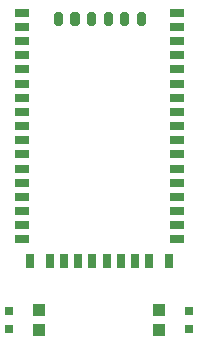
<source format=gbr>
G04 EAGLE Gerber RS-274X export*
G75*
%MOMM*%
%FSLAX34Y34*%
%LPD*%
%INSolderpaste Top*%
%IPPOS*%
%AMOC8*
5,1,8,0,0,1.08239X$1,22.5*%
G01*
%ADD10R,1.200000X0.800000*%
%ADD11R,0.800000X1.200000*%
%ADD12C,0.600000*%
%ADD13R,0.800000X0.800000*%
%ADD14R,1.000000X1.100000*%


D10*
X111800Y489700D03*
X111800Y477700D03*
X111800Y465700D03*
X111800Y453700D03*
X111800Y441700D03*
X111800Y429700D03*
X111800Y417700D03*
X111800Y405700D03*
X111800Y393700D03*
X111800Y381700D03*
X111800Y369700D03*
X111800Y357700D03*
X111800Y345700D03*
X111800Y333700D03*
X111800Y321700D03*
X111800Y309700D03*
D11*
X135800Y291700D03*
X147800Y291700D03*
X159800Y291700D03*
X171800Y291700D03*
X183800Y291700D03*
X195800Y291700D03*
X207800Y291700D03*
X219800Y291700D03*
D10*
X243800Y309700D03*
X243800Y321700D03*
X243800Y333700D03*
X243800Y345700D03*
X243800Y357700D03*
X243800Y369700D03*
X243800Y381700D03*
X243800Y393700D03*
X243800Y405700D03*
X243800Y417700D03*
X243800Y429700D03*
X243800Y441700D03*
X243800Y453700D03*
X243800Y465700D03*
X243800Y477700D03*
X243800Y489700D03*
X111800Y501700D03*
D11*
X118800Y291700D03*
X236800Y291800D03*
D10*
X243800Y501700D03*
D12*
X143800Y499700D02*
X143800Y493700D01*
X141800Y493700D01*
X141800Y499700D01*
X143800Y499700D01*
X143800Y499400D02*
X141800Y499400D01*
X157800Y499700D02*
X157800Y493700D01*
X155800Y493700D01*
X155800Y499700D01*
X157800Y499700D01*
X157800Y499400D02*
X155800Y499400D01*
X171800Y499700D02*
X171800Y493700D01*
X169800Y493700D01*
X169800Y499700D01*
X171800Y499700D01*
X171800Y499400D02*
X169800Y499400D01*
X185800Y499700D02*
X185800Y493700D01*
X183800Y493700D01*
X183800Y499700D01*
X185800Y499700D01*
X185800Y499400D02*
X183800Y499400D01*
X199800Y499700D02*
X199800Y493700D01*
X197800Y493700D01*
X197800Y499700D01*
X199800Y499700D01*
X199800Y499400D02*
X197800Y499400D01*
X213800Y499700D02*
X213800Y493700D01*
X211800Y493700D01*
X211800Y499700D01*
X213800Y499700D01*
X213800Y499400D02*
X211800Y499400D01*
D13*
X101600Y233800D03*
X101600Y248800D03*
X254000Y233800D03*
X254000Y248800D03*
D14*
X127000Y232800D03*
X127000Y249800D03*
X228600Y232800D03*
X228600Y249800D03*
M02*

</source>
